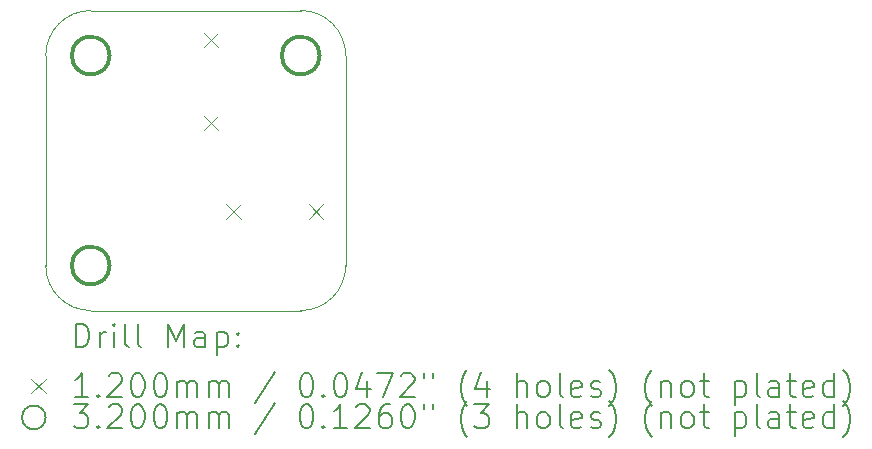
<source format=gbr>
%TF.GenerationSoftware,KiCad,Pcbnew,(6.0.8)*%
%TF.CreationDate,2022-11-26T11:36:30-06:00*%
%TF.ProjectId,connector-joint,636f6e6e-6563-4746-9f72-2d6a6f696e74,rev?*%
%TF.SameCoordinates,Original*%
%TF.FileFunction,Drillmap*%
%TF.FilePolarity,Positive*%
%FSLAX45Y45*%
G04 Gerber Fmt 4.5, Leading zero omitted, Abs format (unit mm)*
G04 Created by KiCad (PCBNEW (6.0.8)) date 2022-11-26 11:36:30*
%MOMM*%
%LPD*%
G01*
G04 APERTURE LIST*
%ADD10C,0.025400*%
%ADD11C,0.200000*%
%ADD12C,0.120000*%
%ADD13C,0.320000*%
G04 APERTURE END LIST*
D10*
X15367000Y-9525000D02*
X15367000Y-11303000D01*
X15367000Y-11303000D02*
G75*
G03*
X15748000Y-11684000I381000J0D01*
G01*
X17907000Y-11303000D02*
X17907000Y-9525000D01*
X15748000Y-9144000D02*
G75*
G03*
X15367000Y-9525000I0J-381000D01*
G01*
X15748000Y-11684000D02*
X17526000Y-11684000D01*
X17526000Y-9144000D02*
X15748000Y-9144000D01*
X17907000Y-9525000D02*
G75*
G03*
X17526000Y-9144000I-381000J0D01*
G01*
X17526000Y-11684000D02*
G75*
G03*
X17907000Y-11303000I0J381000D01*
G01*
D11*
D12*
X16704000Y-9334000D02*
X16824000Y-9454000D01*
X16824000Y-9334000D02*
X16704000Y-9454000D01*
X16704000Y-10034000D02*
X16824000Y-10154000D01*
X16824000Y-10034000D02*
X16704000Y-10154000D01*
X16897000Y-10785800D02*
X17017000Y-10905800D01*
X17017000Y-10785800D02*
X16897000Y-10905800D01*
X17597000Y-10785800D02*
X17717000Y-10905800D01*
X17717000Y-10785800D02*
X17597000Y-10905800D01*
D13*
X15908000Y-9525000D02*
G75*
G03*
X15908000Y-9525000I-160000J0D01*
G01*
X15908000Y-11303000D02*
G75*
G03*
X15908000Y-11303000I-160000J0D01*
G01*
X17686000Y-9525000D02*
G75*
G03*
X17686000Y-9525000I-160000J0D01*
G01*
D11*
X15623349Y-11995746D02*
X15623349Y-11795746D01*
X15670968Y-11795746D01*
X15699539Y-11805270D01*
X15718587Y-11824318D01*
X15728111Y-11843365D01*
X15737635Y-11881460D01*
X15737635Y-11910032D01*
X15728111Y-11948127D01*
X15718587Y-11967175D01*
X15699539Y-11986222D01*
X15670968Y-11995746D01*
X15623349Y-11995746D01*
X15823349Y-11995746D02*
X15823349Y-11862413D01*
X15823349Y-11900508D02*
X15832873Y-11881460D01*
X15842397Y-11871937D01*
X15861444Y-11862413D01*
X15880492Y-11862413D01*
X15947158Y-11995746D02*
X15947158Y-11862413D01*
X15947158Y-11795746D02*
X15937635Y-11805270D01*
X15947158Y-11814794D01*
X15956682Y-11805270D01*
X15947158Y-11795746D01*
X15947158Y-11814794D01*
X16070968Y-11995746D02*
X16051920Y-11986222D01*
X16042397Y-11967175D01*
X16042397Y-11795746D01*
X16175730Y-11995746D02*
X16156682Y-11986222D01*
X16147158Y-11967175D01*
X16147158Y-11795746D01*
X16404301Y-11995746D02*
X16404301Y-11795746D01*
X16470968Y-11938603D01*
X16537635Y-11795746D01*
X16537635Y-11995746D01*
X16718587Y-11995746D02*
X16718587Y-11890984D01*
X16709063Y-11871937D01*
X16690016Y-11862413D01*
X16651920Y-11862413D01*
X16632873Y-11871937D01*
X16718587Y-11986222D02*
X16699539Y-11995746D01*
X16651920Y-11995746D01*
X16632873Y-11986222D01*
X16623349Y-11967175D01*
X16623349Y-11948127D01*
X16632873Y-11929079D01*
X16651920Y-11919556D01*
X16699539Y-11919556D01*
X16718587Y-11910032D01*
X16813825Y-11862413D02*
X16813825Y-12062413D01*
X16813825Y-11871937D02*
X16832873Y-11862413D01*
X16870968Y-11862413D01*
X16890016Y-11871937D01*
X16899540Y-11881460D01*
X16909063Y-11900508D01*
X16909063Y-11957651D01*
X16899540Y-11976698D01*
X16890016Y-11986222D01*
X16870968Y-11995746D01*
X16832873Y-11995746D01*
X16813825Y-11986222D01*
X16994778Y-11976698D02*
X17004301Y-11986222D01*
X16994778Y-11995746D01*
X16985254Y-11986222D01*
X16994778Y-11976698D01*
X16994778Y-11995746D01*
X16994778Y-11871937D02*
X17004301Y-11881460D01*
X16994778Y-11890984D01*
X16985254Y-11881460D01*
X16994778Y-11871937D01*
X16994778Y-11890984D01*
D12*
X15245730Y-12265270D02*
X15365730Y-12385270D01*
X15365730Y-12265270D02*
X15245730Y-12385270D01*
D11*
X15728111Y-12415746D02*
X15613825Y-12415746D01*
X15670968Y-12415746D02*
X15670968Y-12215746D01*
X15651920Y-12244318D01*
X15632873Y-12263365D01*
X15613825Y-12272889D01*
X15813825Y-12396698D02*
X15823349Y-12406222D01*
X15813825Y-12415746D01*
X15804301Y-12406222D01*
X15813825Y-12396698D01*
X15813825Y-12415746D01*
X15899539Y-12234794D02*
X15909063Y-12225270D01*
X15928111Y-12215746D01*
X15975730Y-12215746D01*
X15994778Y-12225270D01*
X16004301Y-12234794D01*
X16013825Y-12253841D01*
X16013825Y-12272889D01*
X16004301Y-12301460D01*
X15890016Y-12415746D01*
X16013825Y-12415746D01*
X16137635Y-12215746D02*
X16156682Y-12215746D01*
X16175730Y-12225270D01*
X16185254Y-12234794D01*
X16194778Y-12253841D01*
X16204301Y-12291937D01*
X16204301Y-12339556D01*
X16194778Y-12377651D01*
X16185254Y-12396698D01*
X16175730Y-12406222D01*
X16156682Y-12415746D01*
X16137635Y-12415746D01*
X16118587Y-12406222D01*
X16109063Y-12396698D01*
X16099539Y-12377651D01*
X16090016Y-12339556D01*
X16090016Y-12291937D01*
X16099539Y-12253841D01*
X16109063Y-12234794D01*
X16118587Y-12225270D01*
X16137635Y-12215746D01*
X16328111Y-12215746D02*
X16347158Y-12215746D01*
X16366206Y-12225270D01*
X16375730Y-12234794D01*
X16385254Y-12253841D01*
X16394778Y-12291937D01*
X16394778Y-12339556D01*
X16385254Y-12377651D01*
X16375730Y-12396698D01*
X16366206Y-12406222D01*
X16347158Y-12415746D01*
X16328111Y-12415746D01*
X16309063Y-12406222D01*
X16299539Y-12396698D01*
X16290016Y-12377651D01*
X16280492Y-12339556D01*
X16280492Y-12291937D01*
X16290016Y-12253841D01*
X16299539Y-12234794D01*
X16309063Y-12225270D01*
X16328111Y-12215746D01*
X16480492Y-12415746D02*
X16480492Y-12282413D01*
X16480492Y-12301460D02*
X16490016Y-12291937D01*
X16509063Y-12282413D01*
X16537635Y-12282413D01*
X16556682Y-12291937D01*
X16566206Y-12310984D01*
X16566206Y-12415746D01*
X16566206Y-12310984D02*
X16575730Y-12291937D01*
X16594778Y-12282413D01*
X16623349Y-12282413D01*
X16642397Y-12291937D01*
X16651920Y-12310984D01*
X16651920Y-12415746D01*
X16747158Y-12415746D02*
X16747158Y-12282413D01*
X16747158Y-12301460D02*
X16756682Y-12291937D01*
X16775730Y-12282413D01*
X16804301Y-12282413D01*
X16823349Y-12291937D01*
X16832873Y-12310984D01*
X16832873Y-12415746D01*
X16832873Y-12310984D02*
X16842397Y-12291937D01*
X16861444Y-12282413D01*
X16890016Y-12282413D01*
X16909063Y-12291937D01*
X16918587Y-12310984D01*
X16918587Y-12415746D01*
X17309063Y-12206222D02*
X17137635Y-12463365D01*
X17566206Y-12215746D02*
X17585254Y-12215746D01*
X17604301Y-12225270D01*
X17613825Y-12234794D01*
X17623349Y-12253841D01*
X17632873Y-12291937D01*
X17632873Y-12339556D01*
X17623349Y-12377651D01*
X17613825Y-12396698D01*
X17604301Y-12406222D01*
X17585254Y-12415746D01*
X17566206Y-12415746D01*
X17547159Y-12406222D01*
X17537635Y-12396698D01*
X17528111Y-12377651D01*
X17518587Y-12339556D01*
X17518587Y-12291937D01*
X17528111Y-12253841D01*
X17537635Y-12234794D01*
X17547159Y-12225270D01*
X17566206Y-12215746D01*
X17718587Y-12396698D02*
X17728111Y-12406222D01*
X17718587Y-12415746D01*
X17709063Y-12406222D01*
X17718587Y-12396698D01*
X17718587Y-12415746D01*
X17851920Y-12215746D02*
X17870968Y-12215746D01*
X17890016Y-12225270D01*
X17899540Y-12234794D01*
X17909063Y-12253841D01*
X17918587Y-12291937D01*
X17918587Y-12339556D01*
X17909063Y-12377651D01*
X17899540Y-12396698D01*
X17890016Y-12406222D01*
X17870968Y-12415746D01*
X17851920Y-12415746D01*
X17832873Y-12406222D01*
X17823349Y-12396698D01*
X17813825Y-12377651D01*
X17804301Y-12339556D01*
X17804301Y-12291937D01*
X17813825Y-12253841D01*
X17823349Y-12234794D01*
X17832873Y-12225270D01*
X17851920Y-12215746D01*
X18090016Y-12282413D02*
X18090016Y-12415746D01*
X18042397Y-12206222D02*
X17994778Y-12349079D01*
X18118587Y-12349079D01*
X18175730Y-12215746D02*
X18309063Y-12215746D01*
X18223349Y-12415746D01*
X18375730Y-12234794D02*
X18385254Y-12225270D01*
X18404301Y-12215746D01*
X18451920Y-12215746D01*
X18470968Y-12225270D01*
X18480492Y-12234794D01*
X18490016Y-12253841D01*
X18490016Y-12272889D01*
X18480492Y-12301460D01*
X18366206Y-12415746D01*
X18490016Y-12415746D01*
X18566206Y-12215746D02*
X18566206Y-12253841D01*
X18642397Y-12215746D02*
X18642397Y-12253841D01*
X18937635Y-12491937D02*
X18928111Y-12482413D01*
X18909063Y-12453841D01*
X18899540Y-12434794D01*
X18890016Y-12406222D01*
X18880492Y-12358603D01*
X18880492Y-12320508D01*
X18890016Y-12272889D01*
X18899540Y-12244318D01*
X18909063Y-12225270D01*
X18928111Y-12196698D01*
X18937635Y-12187175D01*
X19099540Y-12282413D02*
X19099540Y-12415746D01*
X19051920Y-12206222D02*
X19004301Y-12349079D01*
X19128111Y-12349079D01*
X19356682Y-12415746D02*
X19356682Y-12215746D01*
X19442397Y-12415746D02*
X19442397Y-12310984D01*
X19432873Y-12291937D01*
X19413825Y-12282413D01*
X19385254Y-12282413D01*
X19366206Y-12291937D01*
X19356682Y-12301460D01*
X19566206Y-12415746D02*
X19547159Y-12406222D01*
X19537635Y-12396698D01*
X19528111Y-12377651D01*
X19528111Y-12320508D01*
X19537635Y-12301460D01*
X19547159Y-12291937D01*
X19566206Y-12282413D01*
X19594778Y-12282413D01*
X19613825Y-12291937D01*
X19623349Y-12301460D01*
X19632873Y-12320508D01*
X19632873Y-12377651D01*
X19623349Y-12396698D01*
X19613825Y-12406222D01*
X19594778Y-12415746D01*
X19566206Y-12415746D01*
X19747159Y-12415746D02*
X19728111Y-12406222D01*
X19718587Y-12387175D01*
X19718587Y-12215746D01*
X19899540Y-12406222D02*
X19880492Y-12415746D01*
X19842397Y-12415746D01*
X19823349Y-12406222D01*
X19813825Y-12387175D01*
X19813825Y-12310984D01*
X19823349Y-12291937D01*
X19842397Y-12282413D01*
X19880492Y-12282413D01*
X19899540Y-12291937D01*
X19909063Y-12310984D01*
X19909063Y-12330032D01*
X19813825Y-12349079D01*
X19985254Y-12406222D02*
X20004301Y-12415746D01*
X20042397Y-12415746D01*
X20061444Y-12406222D01*
X20070968Y-12387175D01*
X20070968Y-12377651D01*
X20061444Y-12358603D01*
X20042397Y-12349079D01*
X20013825Y-12349079D01*
X19994778Y-12339556D01*
X19985254Y-12320508D01*
X19985254Y-12310984D01*
X19994778Y-12291937D01*
X20013825Y-12282413D01*
X20042397Y-12282413D01*
X20061444Y-12291937D01*
X20137635Y-12491937D02*
X20147159Y-12482413D01*
X20166206Y-12453841D01*
X20175730Y-12434794D01*
X20185254Y-12406222D01*
X20194778Y-12358603D01*
X20194778Y-12320508D01*
X20185254Y-12272889D01*
X20175730Y-12244318D01*
X20166206Y-12225270D01*
X20147159Y-12196698D01*
X20137635Y-12187175D01*
X20499540Y-12491937D02*
X20490016Y-12482413D01*
X20470968Y-12453841D01*
X20461444Y-12434794D01*
X20451920Y-12406222D01*
X20442397Y-12358603D01*
X20442397Y-12320508D01*
X20451920Y-12272889D01*
X20461444Y-12244318D01*
X20470968Y-12225270D01*
X20490016Y-12196698D01*
X20499540Y-12187175D01*
X20575730Y-12282413D02*
X20575730Y-12415746D01*
X20575730Y-12301460D02*
X20585254Y-12291937D01*
X20604301Y-12282413D01*
X20632873Y-12282413D01*
X20651920Y-12291937D01*
X20661444Y-12310984D01*
X20661444Y-12415746D01*
X20785254Y-12415746D02*
X20766206Y-12406222D01*
X20756682Y-12396698D01*
X20747159Y-12377651D01*
X20747159Y-12320508D01*
X20756682Y-12301460D01*
X20766206Y-12291937D01*
X20785254Y-12282413D01*
X20813825Y-12282413D01*
X20832873Y-12291937D01*
X20842397Y-12301460D01*
X20851920Y-12320508D01*
X20851920Y-12377651D01*
X20842397Y-12396698D01*
X20832873Y-12406222D01*
X20813825Y-12415746D01*
X20785254Y-12415746D01*
X20909063Y-12282413D02*
X20985254Y-12282413D01*
X20937635Y-12215746D02*
X20937635Y-12387175D01*
X20947159Y-12406222D01*
X20966206Y-12415746D01*
X20985254Y-12415746D01*
X21204301Y-12282413D02*
X21204301Y-12482413D01*
X21204301Y-12291937D02*
X21223349Y-12282413D01*
X21261444Y-12282413D01*
X21280492Y-12291937D01*
X21290016Y-12301460D01*
X21299540Y-12320508D01*
X21299540Y-12377651D01*
X21290016Y-12396698D01*
X21280492Y-12406222D01*
X21261444Y-12415746D01*
X21223349Y-12415746D01*
X21204301Y-12406222D01*
X21413825Y-12415746D02*
X21394778Y-12406222D01*
X21385254Y-12387175D01*
X21385254Y-12215746D01*
X21575730Y-12415746D02*
X21575730Y-12310984D01*
X21566206Y-12291937D01*
X21547159Y-12282413D01*
X21509063Y-12282413D01*
X21490016Y-12291937D01*
X21575730Y-12406222D02*
X21556682Y-12415746D01*
X21509063Y-12415746D01*
X21490016Y-12406222D01*
X21480492Y-12387175D01*
X21480492Y-12368127D01*
X21490016Y-12349079D01*
X21509063Y-12339556D01*
X21556682Y-12339556D01*
X21575730Y-12330032D01*
X21642397Y-12282413D02*
X21718587Y-12282413D01*
X21670968Y-12215746D02*
X21670968Y-12387175D01*
X21680492Y-12406222D01*
X21699540Y-12415746D01*
X21718587Y-12415746D01*
X21861444Y-12406222D02*
X21842397Y-12415746D01*
X21804301Y-12415746D01*
X21785254Y-12406222D01*
X21775730Y-12387175D01*
X21775730Y-12310984D01*
X21785254Y-12291937D01*
X21804301Y-12282413D01*
X21842397Y-12282413D01*
X21861444Y-12291937D01*
X21870968Y-12310984D01*
X21870968Y-12330032D01*
X21775730Y-12349079D01*
X22042397Y-12415746D02*
X22042397Y-12215746D01*
X22042397Y-12406222D02*
X22023349Y-12415746D01*
X21985254Y-12415746D01*
X21966206Y-12406222D01*
X21956682Y-12396698D01*
X21947159Y-12377651D01*
X21947159Y-12320508D01*
X21956682Y-12301460D01*
X21966206Y-12291937D01*
X21985254Y-12282413D01*
X22023349Y-12282413D01*
X22042397Y-12291937D01*
X22118587Y-12491937D02*
X22128111Y-12482413D01*
X22147159Y-12453841D01*
X22156682Y-12434794D01*
X22166206Y-12406222D01*
X22175730Y-12358603D01*
X22175730Y-12320508D01*
X22166206Y-12272889D01*
X22156682Y-12244318D01*
X22147159Y-12225270D01*
X22128111Y-12196698D01*
X22118587Y-12187175D01*
X15365730Y-12589270D02*
G75*
G03*
X15365730Y-12589270I-100000J0D01*
G01*
X15604301Y-12479746D02*
X15728111Y-12479746D01*
X15661444Y-12555937D01*
X15690016Y-12555937D01*
X15709063Y-12565460D01*
X15718587Y-12574984D01*
X15728111Y-12594032D01*
X15728111Y-12641651D01*
X15718587Y-12660698D01*
X15709063Y-12670222D01*
X15690016Y-12679746D01*
X15632873Y-12679746D01*
X15613825Y-12670222D01*
X15604301Y-12660698D01*
X15813825Y-12660698D02*
X15823349Y-12670222D01*
X15813825Y-12679746D01*
X15804301Y-12670222D01*
X15813825Y-12660698D01*
X15813825Y-12679746D01*
X15899539Y-12498794D02*
X15909063Y-12489270D01*
X15928111Y-12479746D01*
X15975730Y-12479746D01*
X15994778Y-12489270D01*
X16004301Y-12498794D01*
X16013825Y-12517841D01*
X16013825Y-12536889D01*
X16004301Y-12565460D01*
X15890016Y-12679746D01*
X16013825Y-12679746D01*
X16137635Y-12479746D02*
X16156682Y-12479746D01*
X16175730Y-12489270D01*
X16185254Y-12498794D01*
X16194778Y-12517841D01*
X16204301Y-12555937D01*
X16204301Y-12603556D01*
X16194778Y-12641651D01*
X16185254Y-12660698D01*
X16175730Y-12670222D01*
X16156682Y-12679746D01*
X16137635Y-12679746D01*
X16118587Y-12670222D01*
X16109063Y-12660698D01*
X16099539Y-12641651D01*
X16090016Y-12603556D01*
X16090016Y-12555937D01*
X16099539Y-12517841D01*
X16109063Y-12498794D01*
X16118587Y-12489270D01*
X16137635Y-12479746D01*
X16328111Y-12479746D02*
X16347158Y-12479746D01*
X16366206Y-12489270D01*
X16375730Y-12498794D01*
X16385254Y-12517841D01*
X16394778Y-12555937D01*
X16394778Y-12603556D01*
X16385254Y-12641651D01*
X16375730Y-12660698D01*
X16366206Y-12670222D01*
X16347158Y-12679746D01*
X16328111Y-12679746D01*
X16309063Y-12670222D01*
X16299539Y-12660698D01*
X16290016Y-12641651D01*
X16280492Y-12603556D01*
X16280492Y-12555937D01*
X16290016Y-12517841D01*
X16299539Y-12498794D01*
X16309063Y-12489270D01*
X16328111Y-12479746D01*
X16480492Y-12679746D02*
X16480492Y-12546413D01*
X16480492Y-12565460D02*
X16490016Y-12555937D01*
X16509063Y-12546413D01*
X16537635Y-12546413D01*
X16556682Y-12555937D01*
X16566206Y-12574984D01*
X16566206Y-12679746D01*
X16566206Y-12574984D02*
X16575730Y-12555937D01*
X16594778Y-12546413D01*
X16623349Y-12546413D01*
X16642397Y-12555937D01*
X16651920Y-12574984D01*
X16651920Y-12679746D01*
X16747158Y-12679746D02*
X16747158Y-12546413D01*
X16747158Y-12565460D02*
X16756682Y-12555937D01*
X16775730Y-12546413D01*
X16804301Y-12546413D01*
X16823349Y-12555937D01*
X16832873Y-12574984D01*
X16832873Y-12679746D01*
X16832873Y-12574984D02*
X16842397Y-12555937D01*
X16861444Y-12546413D01*
X16890016Y-12546413D01*
X16909063Y-12555937D01*
X16918587Y-12574984D01*
X16918587Y-12679746D01*
X17309063Y-12470222D02*
X17137635Y-12727365D01*
X17566206Y-12479746D02*
X17585254Y-12479746D01*
X17604301Y-12489270D01*
X17613825Y-12498794D01*
X17623349Y-12517841D01*
X17632873Y-12555937D01*
X17632873Y-12603556D01*
X17623349Y-12641651D01*
X17613825Y-12660698D01*
X17604301Y-12670222D01*
X17585254Y-12679746D01*
X17566206Y-12679746D01*
X17547159Y-12670222D01*
X17537635Y-12660698D01*
X17528111Y-12641651D01*
X17518587Y-12603556D01*
X17518587Y-12555937D01*
X17528111Y-12517841D01*
X17537635Y-12498794D01*
X17547159Y-12489270D01*
X17566206Y-12479746D01*
X17718587Y-12660698D02*
X17728111Y-12670222D01*
X17718587Y-12679746D01*
X17709063Y-12670222D01*
X17718587Y-12660698D01*
X17718587Y-12679746D01*
X17918587Y-12679746D02*
X17804301Y-12679746D01*
X17861444Y-12679746D02*
X17861444Y-12479746D01*
X17842397Y-12508318D01*
X17823349Y-12527365D01*
X17804301Y-12536889D01*
X17994778Y-12498794D02*
X18004301Y-12489270D01*
X18023349Y-12479746D01*
X18070968Y-12479746D01*
X18090016Y-12489270D01*
X18099540Y-12498794D01*
X18109063Y-12517841D01*
X18109063Y-12536889D01*
X18099540Y-12565460D01*
X17985254Y-12679746D01*
X18109063Y-12679746D01*
X18280492Y-12479746D02*
X18242397Y-12479746D01*
X18223349Y-12489270D01*
X18213825Y-12498794D01*
X18194778Y-12527365D01*
X18185254Y-12565460D01*
X18185254Y-12641651D01*
X18194778Y-12660698D01*
X18204301Y-12670222D01*
X18223349Y-12679746D01*
X18261444Y-12679746D01*
X18280492Y-12670222D01*
X18290016Y-12660698D01*
X18299540Y-12641651D01*
X18299540Y-12594032D01*
X18290016Y-12574984D01*
X18280492Y-12565460D01*
X18261444Y-12555937D01*
X18223349Y-12555937D01*
X18204301Y-12565460D01*
X18194778Y-12574984D01*
X18185254Y-12594032D01*
X18423349Y-12479746D02*
X18442397Y-12479746D01*
X18461444Y-12489270D01*
X18470968Y-12498794D01*
X18480492Y-12517841D01*
X18490016Y-12555937D01*
X18490016Y-12603556D01*
X18480492Y-12641651D01*
X18470968Y-12660698D01*
X18461444Y-12670222D01*
X18442397Y-12679746D01*
X18423349Y-12679746D01*
X18404301Y-12670222D01*
X18394778Y-12660698D01*
X18385254Y-12641651D01*
X18375730Y-12603556D01*
X18375730Y-12555937D01*
X18385254Y-12517841D01*
X18394778Y-12498794D01*
X18404301Y-12489270D01*
X18423349Y-12479746D01*
X18566206Y-12479746D02*
X18566206Y-12517841D01*
X18642397Y-12479746D02*
X18642397Y-12517841D01*
X18937635Y-12755937D02*
X18928111Y-12746413D01*
X18909063Y-12717841D01*
X18899540Y-12698794D01*
X18890016Y-12670222D01*
X18880492Y-12622603D01*
X18880492Y-12584508D01*
X18890016Y-12536889D01*
X18899540Y-12508318D01*
X18909063Y-12489270D01*
X18928111Y-12460698D01*
X18937635Y-12451175D01*
X18994778Y-12479746D02*
X19118587Y-12479746D01*
X19051920Y-12555937D01*
X19080492Y-12555937D01*
X19099540Y-12565460D01*
X19109063Y-12574984D01*
X19118587Y-12594032D01*
X19118587Y-12641651D01*
X19109063Y-12660698D01*
X19099540Y-12670222D01*
X19080492Y-12679746D01*
X19023349Y-12679746D01*
X19004301Y-12670222D01*
X18994778Y-12660698D01*
X19356682Y-12679746D02*
X19356682Y-12479746D01*
X19442397Y-12679746D02*
X19442397Y-12574984D01*
X19432873Y-12555937D01*
X19413825Y-12546413D01*
X19385254Y-12546413D01*
X19366206Y-12555937D01*
X19356682Y-12565460D01*
X19566206Y-12679746D02*
X19547159Y-12670222D01*
X19537635Y-12660698D01*
X19528111Y-12641651D01*
X19528111Y-12584508D01*
X19537635Y-12565460D01*
X19547159Y-12555937D01*
X19566206Y-12546413D01*
X19594778Y-12546413D01*
X19613825Y-12555937D01*
X19623349Y-12565460D01*
X19632873Y-12584508D01*
X19632873Y-12641651D01*
X19623349Y-12660698D01*
X19613825Y-12670222D01*
X19594778Y-12679746D01*
X19566206Y-12679746D01*
X19747159Y-12679746D02*
X19728111Y-12670222D01*
X19718587Y-12651175D01*
X19718587Y-12479746D01*
X19899540Y-12670222D02*
X19880492Y-12679746D01*
X19842397Y-12679746D01*
X19823349Y-12670222D01*
X19813825Y-12651175D01*
X19813825Y-12574984D01*
X19823349Y-12555937D01*
X19842397Y-12546413D01*
X19880492Y-12546413D01*
X19899540Y-12555937D01*
X19909063Y-12574984D01*
X19909063Y-12594032D01*
X19813825Y-12613079D01*
X19985254Y-12670222D02*
X20004301Y-12679746D01*
X20042397Y-12679746D01*
X20061444Y-12670222D01*
X20070968Y-12651175D01*
X20070968Y-12641651D01*
X20061444Y-12622603D01*
X20042397Y-12613079D01*
X20013825Y-12613079D01*
X19994778Y-12603556D01*
X19985254Y-12584508D01*
X19985254Y-12574984D01*
X19994778Y-12555937D01*
X20013825Y-12546413D01*
X20042397Y-12546413D01*
X20061444Y-12555937D01*
X20137635Y-12755937D02*
X20147159Y-12746413D01*
X20166206Y-12717841D01*
X20175730Y-12698794D01*
X20185254Y-12670222D01*
X20194778Y-12622603D01*
X20194778Y-12584508D01*
X20185254Y-12536889D01*
X20175730Y-12508318D01*
X20166206Y-12489270D01*
X20147159Y-12460698D01*
X20137635Y-12451175D01*
X20499540Y-12755937D02*
X20490016Y-12746413D01*
X20470968Y-12717841D01*
X20461444Y-12698794D01*
X20451920Y-12670222D01*
X20442397Y-12622603D01*
X20442397Y-12584508D01*
X20451920Y-12536889D01*
X20461444Y-12508318D01*
X20470968Y-12489270D01*
X20490016Y-12460698D01*
X20499540Y-12451175D01*
X20575730Y-12546413D02*
X20575730Y-12679746D01*
X20575730Y-12565460D02*
X20585254Y-12555937D01*
X20604301Y-12546413D01*
X20632873Y-12546413D01*
X20651920Y-12555937D01*
X20661444Y-12574984D01*
X20661444Y-12679746D01*
X20785254Y-12679746D02*
X20766206Y-12670222D01*
X20756682Y-12660698D01*
X20747159Y-12641651D01*
X20747159Y-12584508D01*
X20756682Y-12565460D01*
X20766206Y-12555937D01*
X20785254Y-12546413D01*
X20813825Y-12546413D01*
X20832873Y-12555937D01*
X20842397Y-12565460D01*
X20851920Y-12584508D01*
X20851920Y-12641651D01*
X20842397Y-12660698D01*
X20832873Y-12670222D01*
X20813825Y-12679746D01*
X20785254Y-12679746D01*
X20909063Y-12546413D02*
X20985254Y-12546413D01*
X20937635Y-12479746D02*
X20937635Y-12651175D01*
X20947159Y-12670222D01*
X20966206Y-12679746D01*
X20985254Y-12679746D01*
X21204301Y-12546413D02*
X21204301Y-12746413D01*
X21204301Y-12555937D02*
X21223349Y-12546413D01*
X21261444Y-12546413D01*
X21280492Y-12555937D01*
X21290016Y-12565460D01*
X21299540Y-12584508D01*
X21299540Y-12641651D01*
X21290016Y-12660698D01*
X21280492Y-12670222D01*
X21261444Y-12679746D01*
X21223349Y-12679746D01*
X21204301Y-12670222D01*
X21413825Y-12679746D02*
X21394778Y-12670222D01*
X21385254Y-12651175D01*
X21385254Y-12479746D01*
X21575730Y-12679746D02*
X21575730Y-12574984D01*
X21566206Y-12555937D01*
X21547159Y-12546413D01*
X21509063Y-12546413D01*
X21490016Y-12555937D01*
X21575730Y-12670222D02*
X21556682Y-12679746D01*
X21509063Y-12679746D01*
X21490016Y-12670222D01*
X21480492Y-12651175D01*
X21480492Y-12632127D01*
X21490016Y-12613079D01*
X21509063Y-12603556D01*
X21556682Y-12603556D01*
X21575730Y-12594032D01*
X21642397Y-12546413D02*
X21718587Y-12546413D01*
X21670968Y-12479746D02*
X21670968Y-12651175D01*
X21680492Y-12670222D01*
X21699540Y-12679746D01*
X21718587Y-12679746D01*
X21861444Y-12670222D02*
X21842397Y-12679746D01*
X21804301Y-12679746D01*
X21785254Y-12670222D01*
X21775730Y-12651175D01*
X21775730Y-12574984D01*
X21785254Y-12555937D01*
X21804301Y-12546413D01*
X21842397Y-12546413D01*
X21861444Y-12555937D01*
X21870968Y-12574984D01*
X21870968Y-12594032D01*
X21775730Y-12613079D01*
X22042397Y-12679746D02*
X22042397Y-12479746D01*
X22042397Y-12670222D02*
X22023349Y-12679746D01*
X21985254Y-12679746D01*
X21966206Y-12670222D01*
X21956682Y-12660698D01*
X21947159Y-12641651D01*
X21947159Y-12584508D01*
X21956682Y-12565460D01*
X21966206Y-12555937D01*
X21985254Y-12546413D01*
X22023349Y-12546413D01*
X22042397Y-12555937D01*
X22118587Y-12755937D02*
X22128111Y-12746413D01*
X22147159Y-12717841D01*
X22156682Y-12698794D01*
X22166206Y-12670222D01*
X22175730Y-12622603D01*
X22175730Y-12584508D01*
X22166206Y-12536889D01*
X22156682Y-12508318D01*
X22147159Y-12489270D01*
X22128111Y-12460698D01*
X22118587Y-12451175D01*
M02*

</source>
